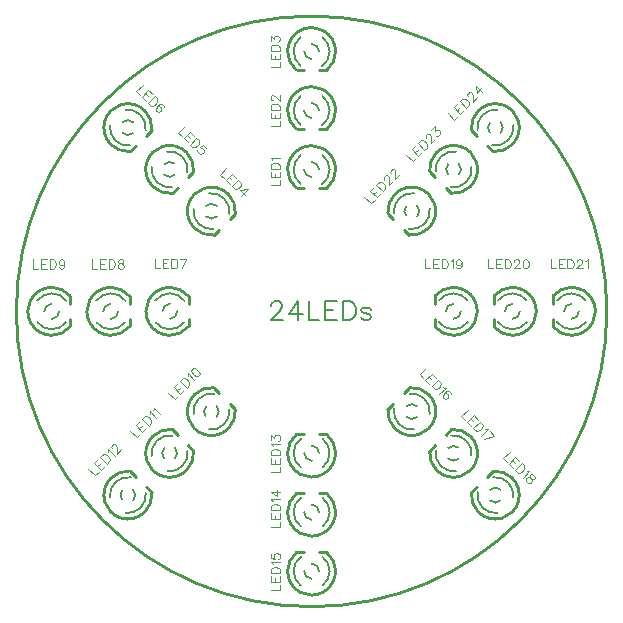
<source format=gto>
G04 Layer: TopSilkLayer*
G04 EasyEDA v6.2.46, 2019-12-20T15:47:03+02:00*
G04 e460ad1c73c14af8b4042999b0e6f5d6,e8986612fe13436f8f5b72e5f572de6a,00*
G04 Gerber Generator version 0.2*
G04 Scale: 100 percent, Rotated: No, Reflected: No *
G04 Dimensions in inches *
G04 leading zeros omitted , absolute positions ,2 integer and 4 decimal *
%FSLAX24Y24*%
%MOIN*%
G90*
G70D02*

%ADD10C,0.010000*%
%ADD16C,0.006000*%
%ADD17C,0.003200*%
%ADD18C,0.005280*%

%LPD*%
G54D10*
G01X10342Y13941D02*
G01X10092Y13941D01*
G01X9342Y13941D02*
G01X9592Y13941D01*
G01X10342Y15910D02*
G01X10092Y15910D01*
G01X9342Y15910D02*
G01X9592Y15910D01*
G01X10342Y17878D02*
G01X10092Y17878D01*
G01X9342Y17878D02*
G01X9592Y17878D01*
G01X7297Y13094D02*
G01X7120Y12918D01*
G01X6590Y12387D02*
G01X6767Y12564D01*
G01X5905Y14486D02*
G01X5728Y14309D01*
G01X5198Y13779D02*
G01X5375Y13956D01*
G01X4513Y15878D02*
G01X4336Y15701D01*
G01X3806Y15171D02*
G01X3983Y15348D01*
G01X5743Y10342D02*
G01X5743Y10092D01*
G01X5743Y9342D02*
G01X5743Y9592D01*
G01X3774Y10342D02*
G01X3774Y10092D01*
G01X3774Y9342D02*
G01X3774Y9592D01*
G01X1806Y10342D02*
G01X1806Y10092D01*
G01X1806Y9342D02*
G01X1806Y9592D01*
G01X6590Y7297D02*
G01X6767Y7120D01*
G01X7297Y6590D02*
G01X7120Y6767D01*
G01X5198Y5905D02*
G01X5375Y5728D01*
G01X5905Y5198D02*
G01X5728Y5375D01*
G01X3806Y4513D02*
G01X3983Y4336D01*
G01X4513Y3806D02*
G01X4336Y3983D01*
G01X9342Y5743D02*
G01X9592Y5743D01*
G01X10342Y5743D02*
G01X10092Y5743D01*
G01X9342Y3774D02*
G01X9592Y3774D01*
G01X10342Y3774D02*
G01X10092Y3774D01*
G01X9342Y1806D02*
G01X9592Y1806D01*
G01X10342Y1806D02*
G01X10092Y1806D01*
G01X12387Y6590D02*
G01X12564Y6767D01*
G01X13094Y7297D02*
G01X12918Y7120D01*
G01X13779Y5198D02*
G01X13956Y5375D01*
G01X14486Y5905D02*
G01X14309Y5728D01*
G01X15171Y3806D02*
G01X15348Y3983D01*
G01X15878Y4513D02*
G01X15701Y4336D01*
G01X13941Y9342D02*
G01X13941Y9592D01*
G01X13941Y10342D02*
G01X13941Y10092D01*
G01X15910Y9342D02*
G01X15910Y9592D01*
G01X15910Y10342D02*
G01X15910Y10092D01*
G01X17878Y9342D02*
G01X17878Y9592D01*
G01X17878Y10342D02*
G01X17878Y10092D01*
G01X13094Y12387D02*
G01X12918Y12564D01*
G01X12387Y13094D02*
G01X12564Y12918D01*
G01X14486Y13779D02*
G01X14309Y13956D01*
G01X13779Y14486D02*
G01X13956Y14309D01*
G01X15878Y15171D02*
G01X15701Y15348D01*
G01X15171Y15878D02*
G01X15348Y15701D01*
G54D17*
G01X8478Y14040D02*
G01X8783Y14040D01*
G01X8783Y14040D02*
G01X8783Y14214D01*
G01X8478Y14310D02*
G01X8783Y14310D01*
G01X8478Y14310D02*
G01X8478Y14499D01*
G01X8623Y14310D02*
G01X8623Y14426D01*
G01X8783Y14310D02*
G01X8783Y14499D01*
G01X8478Y14595D02*
G01X8783Y14595D01*
G01X8478Y14595D02*
G01X8478Y14697D01*
G01X8492Y14741D01*
G01X8521Y14770D01*
G01X8550Y14784D01*
G01X8594Y14799D01*
G01X8667Y14799D01*
G01X8710Y14784D01*
G01X8739Y14770D01*
G01X8768Y14741D01*
G01X8783Y14697D01*
G01X8783Y14595D01*
G01X8536Y14895D02*
G01X8521Y14924D01*
G01X8478Y14968D01*
G01X8783Y14968D01*
G01X8477Y16008D02*
G01X8783Y16008D01*
G01X8783Y16008D02*
G01X8783Y16182D01*
G01X8477Y16278D02*
G01X8783Y16278D01*
G01X8477Y16278D02*
G01X8477Y16467D01*
G01X8623Y16278D02*
G01X8623Y16394D01*
G01X8783Y16278D02*
G01X8783Y16467D01*
G01X8477Y16563D02*
G01X8783Y16563D01*
G01X8477Y16563D02*
G01X8477Y16665D01*
G01X8492Y16709D01*
G01X8521Y16738D01*
G01X8550Y16752D01*
G01X8593Y16767D01*
G01X8666Y16767D01*
G01X8710Y16752D01*
G01X8739Y16738D01*
G01X8768Y16709D01*
G01X8783Y16665D01*
G01X8783Y16563D01*
G01X8550Y16877D02*
G01X8535Y16877D01*
G01X8506Y16892D01*
G01X8492Y16906D01*
G01X8477Y16936D01*
G01X8477Y16994D01*
G01X8492Y17023D01*
G01X8506Y17037D01*
G01X8535Y17052D01*
G01X8564Y17052D01*
G01X8593Y17037D01*
G01X8637Y17008D01*
G01X8783Y16863D01*
G01X8783Y17066D01*
G01X8478Y17977D02*
G01X8783Y17977D01*
G01X8783Y17977D02*
G01X8783Y18151D01*
G01X8478Y18247D02*
G01X8783Y18247D01*
G01X8478Y18247D02*
G01X8478Y18436D01*
G01X8623Y18247D02*
G01X8623Y18363D01*
G01X8783Y18247D02*
G01X8783Y18436D01*
G01X8478Y18532D02*
G01X8783Y18532D01*
G01X8478Y18532D02*
G01X8478Y18634D01*
G01X8492Y18678D01*
G01X8521Y18707D01*
G01X8550Y18721D01*
G01X8594Y18736D01*
G01X8667Y18736D01*
G01X8710Y18721D01*
G01X8739Y18707D01*
G01X8768Y18678D01*
G01X8783Y18634D01*
G01X8783Y18532D01*
G01X8478Y18861D02*
G01X8478Y19021D01*
G01X8594Y18934D01*
G01X8594Y18977D01*
G01X8608Y19006D01*
G01X8623Y19021D01*
G01X8667Y19035D01*
G01X8696Y19035D01*
G01X8739Y19021D01*
G01X8768Y18992D01*
G01X8783Y18948D01*
G01X8783Y18905D01*
G01X8768Y18861D01*
G01X8754Y18846D01*
G01X8725Y18832D01*
G01X6999Y14621D02*
G01X6783Y14404D01*
G01X6783Y14404D02*
G01X6907Y14280D01*
G01X7191Y14429D02*
G01X6975Y14213D01*
G01X7191Y14429D02*
G01X7325Y14295D01*
G01X7088Y14326D02*
G01X7170Y14244D01*
G01X6975Y14213D02*
G01X7108Y14079D01*
G01X7393Y14227D02*
G01X7176Y14011D01*
G01X7393Y14227D02*
G01X7465Y14155D01*
G01X7484Y14114D01*
G01X7485Y14073D01*
G01X7475Y14042D01*
G01X7454Y14000D01*
G01X7402Y13949D01*
G01X7361Y13929D01*
G01X7331Y13918D01*
G01X7289Y13919D01*
G01X7248Y13939D01*
G01X7176Y14011D01*
G01X7707Y13913D02*
G01X7460Y13871D01*
G01X7615Y13717D01*
G01X7707Y13913D02*
G01X7491Y13696D01*
G01X5607Y16013D02*
G01X5391Y15796D01*
G01X5391Y15796D02*
G01X5515Y15672D01*
G01X5799Y15821D02*
G01X5583Y15605D01*
G01X5799Y15821D02*
G01X5933Y15687D01*
G01X5696Y15718D02*
G01X5778Y15636D01*
G01X5583Y15605D02*
G01X5716Y15471D01*
G01X6001Y15619D02*
G01X5784Y15403D01*
G01X6001Y15619D02*
G01X6073Y15547D01*
G01X6092Y15506D01*
G01X6093Y15465D01*
G01X6083Y15434D01*
G01X6062Y15392D01*
G01X6010Y15341D01*
G01X5969Y15321D01*
G01X5939Y15310D01*
G01X5897Y15311D01*
G01X5856Y15331D01*
G01X5784Y15403D01*
G01X6336Y15284D02*
G01X6233Y15387D01*
G01X6130Y15305D01*
G01X6150Y15304D01*
G01X6191Y15284D01*
G01X6223Y15253D01*
G01X6243Y15211D01*
G01X6243Y15170D01*
G01X6222Y15129D01*
G01X6201Y15109D01*
G01X6161Y15088D01*
G01X6120Y15088D01*
G01X6078Y15109D01*
G01X6047Y15140D01*
G01X6027Y15181D01*
G01X6027Y15201D01*
G01X6037Y15232D01*
G01X4215Y17403D02*
G01X4000Y17187D01*
G01X4000Y17187D02*
G01X4123Y17064D01*
G01X4406Y17212D02*
G01X4191Y16997D01*
G01X4406Y17212D02*
G01X4540Y17079D01*
G01X4304Y17110D02*
G01X4386Y17028D01*
G01X4191Y16997D02*
G01X4324Y16863D01*
G01X4608Y17011D02*
G01X4392Y16795D01*
G01X4608Y17011D02*
G01X4680Y16939D01*
G01X4701Y16898D01*
G01X4701Y16857D01*
G01X4691Y16826D01*
G01X4670Y16784D01*
G01X4619Y16733D01*
G01X4578Y16713D01*
G01X4547Y16702D01*
G01X4506Y16702D01*
G01X4464Y16723D01*
G01X4392Y16795D01*
G01X4913Y16645D02*
G01X4923Y16676D01*
G01X4902Y16717D01*
G01X4882Y16737D01*
G01X4841Y16758D01*
G01X4789Y16748D01*
G01X4728Y16707D01*
G01X4676Y16655D01*
G01X4645Y16604D01*
G01X4645Y16563D01*
G01X4666Y16521D01*
G01X4676Y16511D01*
G01X4718Y16491D01*
G01X4759Y16491D01*
G01X4800Y16511D01*
G01X4810Y16521D01*
G01X4830Y16562D01*
G01X4831Y16604D01*
G01X4810Y16644D01*
G01X4800Y16655D01*
G01X4759Y16676D01*
G01X4717Y16676D01*
G01X4676Y16655D01*
G01X4610Y11590D02*
G01X4610Y11284D01*
G01X4610Y11284D02*
G01X4784Y11284D01*
G01X4880Y11590D02*
G01X4880Y11284D01*
G01X4880Y11590D02*
G01X5070Y11590D01*
G01X4880Y11444D02*
G01X4997Y11444D01*
G01X4880Y11284D02*
G01X5070Y11284D01*
G01X5166Y11590D02*
G01X5166Y11284D01*
G01X5166Y11590D02*
G01X5267Y11590D01*
G01X5311Y11575D01*
G01X5340Y11546D01*
G01X5355Y11517D01*
G01X5369Y11473D01*
G01X5369Y11401D01*
G01X5355Y11357D01*
G01X5340Y11328D01*
G01X5311Y11299D01*
G01X5267Y11284D01*
G01X5166Y11284D01*
G01X5669Y11590D02*
G01X5523Y11284D01*
G01X5465Y11590D02*
G01X5669Y11590D01*
G01X2525Y11572D02*
G01X2525Y11267D01*
G01X2525Y11267D02*
G01X2699Y11267D01*
G01X2795Y11572D02*
G01X2795Y11267D01*
G01X2795Y11572D02*
G01X2984Y11572D01*
G01X2795Y11427D02*
G01X2912Y11427D01*
G01X2795Y11267D02*
G01X2984Y11267D01*
G01X3080Y11572D02*
G01X3080Y11267D01*
G01X3080Y11572D02*
G01X3182Y11572D01*
G01X3226Y11557D01*
G01X3254Y11528D01*
G01X3269Y11499D01*
G01X3284Y11456D01*
G01X3284Y11383D01*
G01X3269Y11339D01*
G01X3254Y11310D01*
G01X3226Y11281D01*
G01X3182Y11267D01*
G01X3080Y11267D01*
G01X3453Y11572D02*
G01X3409Y11557D01*
G01X3394Y11528D01*
G01X3394Y11499D01*
G01X3409Y11470D01*
G01X3438Y11456D01*
G01X3496Y11441D01*
G01X3540Y11427D01*
G01X3569Y11397D01*
G01X3584Y11368D01*
G01X3584Y11325D01*
G01X3569Y11296D01*
G01X3554Y11281D01*
G01X3511Y11267D01*
G01X3453Y11267D01*
G01X3409Y11281D01*
G01X3394Y11296D01*
G01X3379Y11325D01*
G01X3379Y11368D01*
G01X3394Y11397D01*
G01X3424Y11427D01*
G01X3467Y11441D01*
G01X3525Y11456D01*
G01X3554Y11470D01*
G01X3569Y11499D01*
G01X3569Y11528D01*
G01X3554Y11557D01*
G01X3511Y11572D01*
G01X3453Y11572D01*
G01X556Y11572D02*
G01X556Y11267D01*
G01X556Y11267D02*
G01X731Y11267D01*
G01X827Y11572D02*
G01X827Y11267D01*
G01X827Y11572D02*
G01X1016Y11572D01*
G01X827Y11427D02*
G01X943Y11427D01*
G01X827Y11267D02*
G01X1016Y11267D01*
G01X1112Y11572D02*
G01X1112Y11267D01*
G01X1112Y11572D02*
G01X1214Y11572D01*
G01X1257Y11557D01*
G01X1286Y11528D01*
G01X1301Y11499D01*
G01X1315Y11456D01*
G01X1315Y11383D01*
G01X1301Y11339D01*
G01X1286Y11310D01*
G01X1257Y11281D01*
G01X1214Y11267D01*
G01X1112Y11267D01*
G01X1600Y11470D02*
G01X1586Y11427D01*
G01X1557Y11397D01*
G01X1513Y11383D01*
G01X1499Y11383D01*
G01X1455Y11397D01*
G01X1426Y11427D01*
G01X1411Y11470D01*
G01X1411Y11485D01*
G01X1426Y11528D01*
G01X1455Y11557D01*
G01X1499Y11572D01*
G01X1513Y11572D01*
G01X1557Y11557D01*
G01X1586Y11528D01*
G01X1600Y11470D01*
G01X1600Y11397D01*
G01X1586Y11325D01*
G01X1557Y11281D01*
G01X1513Y11267D01*
G01X1484Y11267D01*
G01X1440Y11281D01*
G01X1426Y11310D01*
G01X5064Y7124D02*
G01X5280Y6908D01*
G01X5280Y6908D02*
G01X5404Y7032D01*
G01X5256Y7316D02*
G01X5472Y7100D01*
G01X5256Y7316D02*
G01X5389Y7450D01*
G01X5359Y7213D02*
G01X5441Y7295D01*
G01X5472Y7100D02*
G01X5606Y7233D01*
G01X5457Y7518D02*
G01X5674Y7301D01*
G01X5457Y7518D02*
G01X5529Y7589D01*
G01X5570Y7609D01*
G01X5611Y7609D01*
G01X5642Y7600D01*
G01X5683Y7579D01*
G01X5734Y7527D01*
G01X5756Y7486D01*
G01X5765Y7455D01*
G01X5765Y7414D01*
G01X5745Y7373D01*
G01X5674Y7301D01*
G01X5710Y7688D02*
G01X5720Y7718D01*
G01X5720Y7781D01*
G01X5937Y7564D01*
G01X5850Y7910D02*
G01X5830Y7869D01*
G01X5840Y7818D01*
G01X5881Y7756D01*
G01X5912Y7725D01*
G01X5973Y7684D01*
G01X6025Y7674D01*
G01X6066Y7694D01*
G01X6087Y7714D01*
G01X6107Y7756D01*
G01X6096Y7807D01*
G01X6056Y7869D01*
G01X6025Y7900D01*
G01X5963Y7941D01*
G01X5912Y7951D01*
G01X5870Y7930D01*
G01X5850Y7910D01*
G01X3797Y5857D02*
G01X4013Y5641D01*
G01X4013Y5641D02*
G01X4137Y5765D01*
G01X3989Y6049D02*
G01X4205Y5833D01*
G01X3989Y6049D02*
G01X4122Y6183D01*
G01X4092Y5946D02*
G01X4174Y6028D01*
G01X4205Y5833D02*
G01X4339Y5966D01*
G01X4190Y6251D02*
G01X4407Y6034D01*
G01X4190Y6251D02*
G01X4262Y6322D01*
G01X4303Y6342D01*
G01X4344Y6342D01*
G01X4375Y6333D01*
G01X4416Y6312D01*
G01X4467Y6260D01*
G01X4489Y6219D01*
G01X4498Y6188D01*
G01X4498Y6147D01*
G01X4478Y6106D01*
G01X4407Y6034D01*
G01X4443Y6421D02*
G01X4453Y6451D01*
G01X4453Y6514D01*
G01X4670Y6297D01*
G01X4562Y6540D02*
G01X4573Y6571D01*
G01X4573Y6633D01*
G01X4789Y6417D01*
G01X2405Y4590D02*
G01X2621Y4375D01*
G01X2621Y4375D02*
G01X2745Y4498D01*
G01X2597Y4782D02*
G01X2812Y4566D01*
G01X2597Y4782D02*
G01X2730Y4916D01*
G01X2699Y4679D02*
G01X2781Y4761D01*
G01X2812Y4566D02*
G01X2946Y4700D01*
G01X2798Y4983D02*
G01X3014Y4768D01*
G01X2798Y4983D02*
G01X2870Y5056D01*
G01X2911Y5075D01*
G01X2952Y5075D01*
G01X2984Y5066D01*
G01X3024Y5045D01*
G01X3075Y4993D01*
G01X3097Y4952D01*
G01X3107Y4921D01*
G01X3107Y4880D01*
G01X3086Y4840D01*
G01X3014Y4768D01*
G01X3051Y5154D02*
G01X3061Y5184D01*
G01X3061Y5247D01*
G01X3277Y5031D01*
G01X3191Y5273D02*
G01X3181Y5284D01*
G01X3170Y5314D01*
G01X3171Y5335D01*
G01X3181Y5366D01*
G01X3222Y5407D01*
G01X3253Y5417D01*
G01X3273Y5418D01*
G01X3304Y5407D01*
G01X3324Y5387D01*
G01X3335Y5356D01*
G01X3346Y5305D01*
G01X3345Y5099D01*
G01X3489Y5243D01*
G01X8482Y4493D02*
G01X8788Y4493D01*
G01X8788Y4493D02*
G01X8788Y4667D01*
G01X8482Y4763D02*
G01X8788Y4763D01*
G01X8482Y4763D02*
G01X8482Y4952D01*
G01X8628Y4763D02*
G01X8628Y4879D01*
G01X8788Y4763D02*
G01X8788Y4952D01*
G01X8482Y5048D02*
G01X8788Y5048D01*
G01X8482Y5048D02*
G01X8482Y5150D01*
G01X8497Y5194D01*
G01X8526Y5223D01*
G01X8555Y5237D01*
G01X8599Y5252D01*
G01X8671Y5252D01*
G01X8715Y5237D01*
G01X8744Y5223D01*
G01X8773Y5194D01*
G01X8788Y5150D01*
G01X8788Y5048D01*
G01X8541Y5348D02*
G01X8526Y5377D01*
G01X8482Y5421D01*
G01X8788Y5421D01*
G01X8482Y5546D02*
G01X8482Y5706D01*
G01X8599Y5618D01*
G01X8599Y5662D01*
G01X8613Y5691D01*
G01X8628Y5706D01*
G01X8671Y5720D01*
G01X8701Y5720D01*
G01X8744Y5706D01*
G01X8773Y5677D01*
G01X8788Y5633D01*
G01X8788Y5589D01*
G01X8773Y5546D01*
G01X8759Y5531D01*
G01X8730Y5517D01*
G01X8483Y2650D02*
G01X8788Y2650D01*
G01X8788Y2650D02*
G01X8788Y2824D01*
G01X8483Y2920D02*
G01X8788Y2920D01*
G01X8483Y2920D02*
G01X8483Y3109D01*
G01X8628Y2920D02*
G01X8628Y3036D01*
G01X8788Y2920D02*
G01X8788Y3109D01*
G01X8483Y3205D02*
G01X8788Y3205D01*
G01X8483Y3205D02*
G01X8483Y3307D01*
G01X8497Y3351D01*
G01X8526Y3380D01*
G01X8556Y3394D01*
G01X8599Y3409D01*
G01X8672Y3409D01*
G01X8716Y3394D01*
G01X8745Y3380D01*
G01X8774Y3351D01*
G01X8788Y3307D01*
G01X8788Y3205D01*
G01X8541Y3505D02*
G01X8526Y3534D01*
G01X8483Y3578D01*
G01X8788Y3578D01*
G01X8483Y3819D02*
G01X8686Y3674D01*
G01X8686Y3892D01*
G01X8483Y3819D02*
G01X8788Y3819D01*
G01X8482Y556D02*
G01X8788Y556D01*
G01X8788Y556D02*
G01X8788Y730D01*
G01X8482Y826D02*
G01X8788Y826D01*
G01X8482Y826D02*
G01X8482Y1015D01*
G01X8628Y826D02*
G01X8628Y942D01*
G01X8788Y826D02*
G01X8788Y1015D01*
G01X8482Y1111D02*
G01X8788Y1111D01*
G01X8482Y1111D02*
G01X8482Y1213D01*
G01X8497Y1257D01*
G01X8526Y1286D01*
G01X8555Y1300D01*
G01X8599Y1315D01*
G01X8671Y1315D01*
G01X8715Y1300D01*
G01X8744Y1286D01*
G01X8773Y1257D01*
G01X8788Y1213D01*
G01X8788Y1111D01*
G01X8541Y1411D02*
G01X8526Y1440D01*
G01X8482Y1484D01*
G01X8788Y1484D01*
G01X8482Y1754D02*
G01X8482Y1609D01*
G01X8613Y1594D01*
G01X8599Y1609D01*
G01X8584Y1652D01*
G01X8584Y1696D01*
G01X8599Y1740D01*
G01X8628Y1769D01*
G01X8671Y1783D01*
G01X8701Y1783D01*
G01X8744Y1769D01*
G01X8773Y1740D01*
G01X8788Y1696D01*
G01X8788Y1652D01*
G01X8773Y1609D01*
G01X8759Y1594D01*
G01X8730Y1580D01*
G01X13663Y7955D02*
G01X13447Y7738D01*
G01X13447Y7738D02*
G01X13571Y7614D01*
G01X13855Y7763D02*
G01X13638Y7547D01*
G01X13855Y7763D02*
G01X13988Y7629D01*
G01X13752Y7660D02*
G01X13834Y7578D01*
G01X13638Y7547D02*
G01X13772Y7413D01*
G01X14056Y7561D02*
G01X13840Y7345D01*
G01X14056Y7561D02*
G01X14129Y7489D01*
G01X14148Y7448D01*
G01X14149Y7407D01*
G01X14138Y7376D01*
G01X14118Y7334D01*
G01X14067Y7284D01*
G01X14025Y7263D01*
G01X13995Y7252D01*
G01X13953Y7253D01*
G01X13912Y7273D01*
G01X13840Y7345D01*
G01X14227Y7308D02*
G01X14258Y7298D01*
G01X14319Y7298D01*
G01X14103Y7082D01*
G01X14480Y7076D02*
G01X14490Y7107D01*
G01X14470Y7148D01*
G01X14450Y7168D01*
G01X14408Y7189D01*
G01X14357Y7179D01*
G01X14295Y7138D01*
G01X14243Y7086D01*
G01X14213Y7035D01*
G01X14213Y6994D01*
G01X14233Y6952D01*
G01X14243Y6942D01*
G01X14285Y6922D01*
G01X14326Y6922D01*
G01X14367Y6943D01*
G01X14377Y6953D01*
G01X14398Y6994D01*
G01X14398Y7035D01*
G01X14377Y7076D01*
G01X14367Y7086D01*
G01X14326Y7107D01*
G01X14285Y7107D01*
G01X14243Y7086D01*
G01X15055Y6563D02*
G01X14839Y6346D01*
G01X14839Y6346D02*
G01X14963Y6222D01*
G01X15247Y6371D02*
G01X15030Y6155D01*
G01X15247Y6371D02*
G01X15380Y6237D01*
G01X15144Y6268D02*
G01X15226Y6186D01*
G01X15030Y6155D02*
G01X15164Y6021D01*
G01X15448Y6169D02*
G01X15232Y5953D01*
G01X15448Y6169D02*
G01X15520Y6097D01*
G01X15540Y6056D01*
G01X15540Y6015D01*
G01X15530Y5984D01*
G01X15510Y5942D01*
G01X15459Y5891D01*
G01X15417Y5871D01*
G01X15386Y5861D01*
G01X15345Y5861D01*
G01X15304Y5881D01*
G01X15232Y5953D01*
G01X15619Y5916D02*
G01X15650Y5906D01*
G01X15711Y5906D01*
G01X15495Y5690D01*
G01X15924Y5694D02*
G01X15604Y5581D01*
G01X15779Y5838D02*
G01X15924Y5694D01*
G01X16447Y5170D02*
G01X16231Y4954D01*
G01X16231Y4954D02*
G01X16354Y4830D01*
G01X16639Y4979D02*
G01X16422Y4762D01*
G01X16639Y4979D02*
G01X16772Y4845D01*
G01X16535Y4876D02*
G01X16618Y4794D01*
G01X16422Y4762D02*
G01X16556Y4629D01*
G01X16840Y4777D02*
G01X16624Y4561D01*
G01X16840Y4777D02*
G01X16912Y4705D01*
G01X16932Y4664D01*
G01X16932Y4623D01*
G01X16922Y4592D01*
G01X16901Y4551D01*
G01X16850Y4500D01*
G01X16809Y4479D01*
G01X16778Y4469D01*
G01X16737Y4469D01*
G01X16696Y4489D01*
G01X16624Y4561D01*
G01X17011Y4525D02*
G01X17042Y4514D01*
G01X17103Y4514D01*
G01X16887Y4298D01*
G01X17223Y4395D02*
G01X17181Y4415D01*
G01X17151Y4405D01*
G01X17130Y4384D01*
G01X17120Y4354D01*
G01X17129Y4323D01*
G01X17161Y4271D01*
G01X17181Y4230D01*
G01X17181Y4189D01*
G01X17171Y4158D01*
G01X17141Y4127D01*
G01X17109Y4117D01*
G01X17089Y4117D01*
G01X17047Y4137D01*
G01X17006Y4178D01*
G01X16986Y4220D01*
G01X16986Y4240D01*
G01X16997Y4272D01*
G01X17027Y4302D01*
G01X17058Y4312D01*
G01X17099Y4312D01*
G01X17140Y4292D01*
G01X17192Y4260D01*
G01X17223Y4251D01*
G01X17253Y4261D01*
G01X17274Y4282D01*
G01X17284Y4312D01*
G01X17264Y4354D01*
G01X17223Y4395D01*
G01X13627Y11577D02*
G01X13627Y11272D01*
G01X13627Y11272D02*
G01X13801Y11272D01*
G01X13897Y11577D02*
G01X13897Y11272D01*
G01X13897Y11577D02*
G01X14087Y11577D01*
G01X13897Y11432D02*
G01X14013Y11432D01*
G01X13897Y11272D02*
G01X14087Y11272D01*
G01X14183Y11577D02*
G01X14183Y11272D01*
G01X14183Y11577D02*
G01X14284Y11577D01*
G01X14328Y11562D01*
G01X14357Y11533D01*
G01X14372Y11504D01*
G01X14386Y11461D01*
G01X14386Y11388D01*
G01X14372Y11344D01*
G01X14357Y11315D01*
G01X14328Y11286D01*
G01X14284Y11272D01*
G01X14183Y11272D01*
G01X14482Y11519D02*
G01X14511Y11533D01*
G01X14555Y11577D01*
G01X14555Y11272D01*
G01X14840Y11475D02*
G01X14825Y11432D01*
G01X14796Y11402D01*
G01X14753Y11388D01*
G01X14738Y11388D01*
G01X14694Y11402D01*
G01X14665Y11432D01*
G01X14651Y11475D01*
G01X14651Y11490D01*
G01X14665Y11533D01*
G01X14694Y11562D01*
G01X14738Y11577D01*
G01X14753Y11577D01*
G01X14796Y11562D01*
G01X14825Y11533D01*
G01X14840Y11475D01*
G01X14840Y11402D01*
G01X14825Y11330D01*
G01X14796Y11286D01*
G01X14753Y11272D01*
G01X14724Y11272D01*
G01X14680Y11286D01*
G01X14665Y11315D01*
G01X15719Y11577D02*
G01X15719Y11272D01*
G01X15719Y11272D02*
G01X15894Y11272D01*
G01X15991Y11577D02*
G01X15991Y11272D01*
G01X15991Y11577D02*
G01X16180Y11577D01*
G01X15991Y11432D02*
G01X16107Y11432D01*
G01X15991Y11272D02*
G01X16180Y11272D01*
G01X16276Y11577D02*
G01X16276Y11272D01*
G01X16276Y11577D02*
G01X16378Y11577D01*
G01X16421Y11562D01*
G01X16451Y11533D01*
G01X16465Y11504D01*
G01X16480Y11461D01*
G01X16480Y11388D01*
G01X16465Y11344D01*
G01X16451Y11315D01*
G01X16421Y11286D01*
G01X16378Y11272D01*
G01X16276Y11272D01*
G01X16590Y11504D02*
G01X16590Y11519D01*
G01X16605Y11548D01*
G01X16619Y11562D01*
G01X16648Y11577D01*
G01X16707Y11577D01*
G01X16736Y11562D01*
G01X16750Y11548D01*
G01X16765Y11519D01*
G01X16765Y11490D01*
G01X16750Y11461D01*
G01X16721Y11417D01*
G01X16576Y11272D01*
G01X16779Y11272D01*
G01X16963Y11577D02*
G01X16919Y11562D01*
G01X16890Y11519D01*
G01X16875Y11446D01*
G01X16875Y11402D01*
G01X16890Y11330D01*
G01X16919Y11286D01*
G01X16963Y11272D01*
G01X16992Y11272D01*
G01X17035Y11286D01*
G01X17064Y11330D01*
G01X17079Y11402D01*
G01X17079Y11446D01*
G01X17064Y11519D01*
G01X17035Y11562D01*
G01X16992Y11577D01*
G01X16963Y11577D01*
G01X17814Y11577D02*
G01X17814Y11272D01*
G01X17814Y11272D02*
G01X17988Y11272D01*
G01X18084Y11577D02*
G01X18084Y11272D01*
G01X18084Y11577D02*
G01X18274Y11577D01*
G01X18084Y11432D02*
G01X18201Y11432D01*
G01X18084Y11272D02*
G01X18274Y11272D01*
G01X18370Y11577D02*
G01X18370Y11272D01*
G01X18370Y11577D02*
G01X18471Y11577D01*
G01X18515Y11562D01*
G01X18544Y11533D01*
G01X18559Y11504D01*
G01X18573Y11461D01*
G01X18573Y11388D01*
G01X18559Y11344D01*
G01X18544Y11315D01*
G01X18515Y11286D01*
G01X18471Y11272D01*
G01X18370Y11272D01*
G01X18684Y11504D02*
G01X18684Y11519D01*
G01X18698Y11548D01*
G01X18713Y11562D01*
G01X18742Y11577D01*
G01X18800Y11577D01*
G01X18829Y11562D01*
G01X18844Y11548D01*
G01X18858Y11519D01*
G01X18858Y11490D01*
G01X18844Y11461D01*
G01X18815Y11417D01*
G01X18669Y11272D01*
G01X18873Y11272D01*
G01X18969Y11519D02*
G01X18998Y11533D01*
G01X19042Y11577D01*
G01X19042Y11272D01*
G01X11605Y13663D02*
G01X11821Y13447D01*
G01X11821Y13447D02*
G01X11944Y13570D01*
G01X11796Y13854D02*
G01X12012Y13638D01*
G01X11796Y13854D02*
G01X11930Y13988D01*
G01X11899Y13751D02*
G01X11982Y13834D01*
G01X12012Y13638D02*
G01X12146Y13772D01*
G01X11997Y14056D02*
G01X12214Y13840D01*
G01X11997Y14056D02*
G01X12070Y14128D01*
G01X12111Y14149D01*
G01X12152Y14149D01*
G01X12183Y14139D01*
G01X12224Y14118D01*
G01X12275Y14067D01*
G01X12297Y14026D01*
G01X12306Y13994D01*
G01X12306Y13953D01*
G01X12286Y13912D01*
G01X12214Y13840D01*
G01X12272Y14227D02*
G01X12261Y14238D01*
G01X12251Y14268D01*
G01X12251Y14289D01*
G01X12261Y14320D01*
G01X12302Y14361D01*
G01X12333Y14371D01*
G01X12354Y14371D01*
G01X12384Y14361D01*
G01X12405Y14340D01*
G01X12415Y14310D01*
G01X12426Y14258D01*
G01X12426Y14052D01*
G01X12570Y14196D01*
G01X12483Y14438D02*
G01X12473Y14449D01*
G01X12463Y14480D01*
G01X12463Y14500D01*
G01X12473Y14531D01*
G01X12514Y14573D01*
G01X12545Y14583D01*
G01X12565Y14583D01*
G01X12596Y14573D01*
G01X12617Y14552D01*
G01X12627Y14521D01*
G01X12637Y14470D01*
G01X12638Y14264D01*
G01X12782Y14407D01*
G01X12997Y15056D02*
G01X13213Y14839D01*
G01X13213Y14839D02*
G01X13336Y14962D01*
G01X13188Y15246D02*
G01X13404Y15030D01*
G01X13188Y15246D02*
G01X13321Y15380D01*
G01X13291Y15143D02*
G01X13374Y15226D01*
G01X13404Y15030D02*
G01X13538Y15164D01*
G01X13389Y15448D02*
G01X13606Y15232D01*
G01X13389Y15448D02*
G01X13461Y15520D01*
G01X13503Y15541D01*
G01X13544Y15541D01*
G01X13575Y15530D01*
G01X13616Y15510D01*
G01X13667Y15459D01*
G01X13688Y15417D01*
G01X13698Y15386D01*
G01X13698Y15345D01*
G01X13678Y15304D01*
G01X13606Y15232D01*
G01X13664Y15619D02*
G01X13653Y15630D01*
G01X13642Y15660D01*
G01X13643Y15681D01*
G01X13653Y15712D01*
G01X13694Y15753D01*
G01X13725Y15763D01*
G01X13746Y15763D01*
G01X13776Y15753D01*
G01X13797Y15732D01*
G01X13808Y15701D01*
G01X13817Y15650D01*
G01X13818Y15444D01*
G01X13962Y15588D01*
G01X13834Y15893D02*
G01X13947Y16006D01*
G01X13968Y15861D01*
G01X13999Y15892D01*
G01X14029Y15903D01*
G01X14050Y15903D01*
G01X14091Y15882D01*
G01X14111Y15862D01*
G01X14132Y15821D01*
G01X14132Y15780D01*
G01X14112Y15738D01*
G01X14081Y15707D01*
G01X14040Y15687D01*
G01X14019Y15686D01*
G01X13988Y15698D01*
G01X14389Y16448D02*
G01X14605Y16231D01*
G01X14605Y16231D02*
G01X14728Y16354D01*
G01X14580Y16638D02*
G01X14796Y16422D01*
G01X14580Y16638D02*
G01X14713Y16772D01*
G01X14683Y16535D02*
G01X14766Y16618D01*
G01X14796Y16422D02*
G01X14930Y16556D01*
G01X14781Y16840D02*
G01X14998Y16624D01*
G01X14781Y16840D02*
G01X14853Y16912D01*
G01X14895Y16933D01*
G01X14936Y16933D01*
G01X14967Y16922D01*
G01X15008Y16901D01*
G01X15059Y16851D01*
G01X15080Y16809D01*
G01X15090Y16778D01*
G01X15090Y16737D01*
G01X15070Y16696D01*
G01X14998Y16624D01*
G01X15056Y17011D02*
G01X15045Y17022D01*
G01X15034Y17052D01*
G01X15035Y17073D01*
G01X15045Y17104D01*
G01X15086Y17145D01*
G01X15117Y17155D01*
G01X15138Y17155D01*
G01X15168Y17145D01*
G01X15189Y17124D01*
G01X15200Y17093D01*
G01X15209Y17041D01*
G01X15210Y16836D01*
G01X15354Y16980D01*
G01X15308Y17367D02*
G01X15350Y17120D01*
G01X15504Y17274D01*
G01X15308Y17367D02*
G01X15524Y17150D01*
G54D18*
G01X8506Y10029D02*
G01X8506Y10059D01*
G01X8536Y10119D01*
G01X8566Y10149D01*
G01X8626Y10179D01*
G01X8746Y10179D01*
G01X8806Y10149D01*
G01X8836Y10119D01*
G01X8866Y10059D01*
G01X8866Y9999D01*
G01X8836Y9939D01*
G01X8776Y9849D01*
G01X8476Y9549D01*
G01X8896Y9549D01*
G01X9394Y10179D02*
G01X9094Y9759D01*
G01X9544Y9759D01*
G01X9394Y10179D02*
G01X9394Y9549D01*
G01X9742Y10179D02*
G01X9742Y9549D01*
G01X9742Y9549D02*
G01X10102Y9549D01*
G01X10300Y10179D02*
G01X10300Y9549D01*
G01X10300Y10179D02*
G01X10690Y10179D01*
G01X10300Y9879D02*
G01X10540Y9879D01*
G01X10300Y9549D02*
G01X10690Y9549D01*
G01X10888Y10179D02*
G01X10888Y9549D01*
G01X10888Y10179D02*
G01X11098Y10179D01*
G01X11188Y10149D01*
G01X11248Y10089D01*
G01X11278Y10029D01*
G01X11308Y9939D01*
G01X11308Y9789D01*
G01X11278Y9699D01*
G01X11248Y9639D01*
G01X11188Y9579D01*
G01X11098Y9549D01*
G01X10888Y9549D01*
G01X11836Y9879D02*
G01X11806Y9939D01*
G01X11716Y9969D01*
G01X11626Y9969D01*
G01X11536Y9939D01*
G01X11506Y9879D01*
G01X11536Y9819D01*
G01X11596Y9789D01*
G01X11746Y9759D01*
G01X11806Y9729D01*
G01X11836Y9669D01*
G01X11836Y9639D01*
G01X11806Y9579D01*
G01X11716Y9549D01*
G01X11626Y9549D01*
G01X11536Y9579D01*
G01X11506Y9639D01*
G54D16*
G75*
G01X10443Y14567D02*
G02X10191Y14079I-600J0D01*
G01*
G75*
G01X10203Y15047D02*
G02X10443Y14567I-361J-480D01*
G01*
G75*
G01X9243Y14567D02*
G03X9474Y14093I599J0D01*
G01*
G75*
G01X9474Y15041D02*
G03X9243Y14567I368J-474D01*
G01*
G75*
G01X9843Y14817D02*
G02X10093Y14567I0J-250D01*
G01*
G75*
G01X9593Y14567D02*
G03X9843Y14317I250J0D01*
G01*
G54D10*
G75*
G01X10643Y14567D02*
G02X10355Y13952I-800J0D01*
G01*
G75*
G01X10219Y15273D02*
G02X10643Y14567I-376J-706D01*
G01*
G75*
G01X9043Y14567D02*
G03X9326Y13956I799J0D01*
G01*
G75*
G01X9446Y15262D02*
G03X9043Y14567I396J-695D01*
G01*
G75*
G01X9843Y15367D02*
G02X10222Y15271I0J-800D01*
G01*
G75*
G01X9843Y15367D02*
G03X9423Y15248I0J-800D01*
G01*
G54D16*
G75*
G01X10443Y16535D02*
G02X10191Y16047I-600J0D01*
G01*
G75*
G01X10203Y17015D02*
G02X10443Y16535I-361J-480D01*
G01*
G75*
G01X9243Y16535D02*
G03X9474Y16062I599J0D01*
G01*
G75*
G01X9474Y17009D02*
G03X9243Y16535I368J-474D01*
G01*
G75*
G01X9843Y16785D02*
G02X10093Y16535I0J-250D01*
G01*
G75*
G01X9593Y16535D02*
G03X9843Y16285I250J0D01*
G01*
G54D10*
G75*
G01X10643Y16535D02*
G02X10355Y15921I-800J0D01*
G01*
G75*
G01X10219Y17241D02*
G02X10643Y16535I-376J-706D01*
G01*
G75*
G01X9043Y16535D02*
G03X9326Y15925I799J0D01*
G01*
G75*
G01X9446Y17230D02*
G03X9043Y16535I396J-695D01*
G01*
G75*
G01X9843Y17335D02*
G02X10222Y17240I0J-800D01*
G01*
G75*
G01X9843Y17335D02*
G03X9423Y17217I0J-800D01*
G01*
G54D16*
G75*
G01X10443Y18504D02*
G02X10191Y18016I-600J0D01*
G01*
G75*
G01X10203Y18984D02*
G02X10443Y18504I-361J-480D01*
G01*
G75*
G01X9243Y18504D02*
G03X9474Y18030I599J0D01*
G01*
G75*
G01X9474Y18978D02*
G03X9243Y18504I368J-474D01*
G01*
G75*
G01X9843Y18754D02*
G02X10093Y18504I0J-250D01*
G01*
G75*
G01X9593Y18504D02*
G03X9843Y18254I250J0D01*
G01*
G54D10*
G75*
G01X10643Y18504D02*
G02X10355Y17889I-800J0D01*
G01*
G75*
G01X10219Y19210D02*
G02X10643Y18504I-376J-706D01*
G01*
G75*
G01X9043Y18504D02*
G03X9326Y17893I799J0D01*
G01*
G75*
G01X9446Y19199D02*
G03X9043Y18504I396J-695D01*
G01*
G75*
G01X9843Y19304D02*
G02X10222Y19208I0J-800D01*
G01*
G75*
G01X9843Y19304D02*
G03X9423Y19185I0J-800D01*
G01*
G54D16*
G75*
G01X6926Y13607D02*
G02X7094Y13085I-424J-424D01*
G01*
G75*
G01X6417Y13777D02*
G02X6926Y13607I85J-594D01*
G01*
G75*
G01X6078Y12759D02*
G03X6576Y12588I424J424D01*
G01*
G75*
G01X5907Y13258D02*
G03X6078Y12759I595J-75D01*
G01*
G75*
G01X6325Y13360D02*
G02X6679Y13360I177J-177D01*
G01*
G75*
G01X6325Y13006D02*
G03X6679Y13006I177J177D01*
G01*
G54D10*
G75*
G01X7068Y13749D02*
G02X7299Y13111I-566J-566D01*
G01*
G75*
G01X6269Y13948D02*
G02X7068Y13749I233J-765D01*
G01*
G75*
G01X5936Y12617D02*
G03X6568Y12386I566J566D01*
G01*
G75*
G01X5730Y13394D02*
G03X5936Y12617I772J-211D01*
G01*
G75*
G01X5936Y13749D02*
G02X6272Y13949I566J-566D01*
G01*
G75*
G01X5936Y13749D02*
G03X5724Y13368I566J-566D01*
G01*
G54D16*
G75*
G01X5534Y14999D02*
G02X5702Y14476I-424J-424D01*
G01*
G75*
G01X5025Y15169D02*
G02X5534Y14999I85J-594D01*
G01*
G75*
G01X4686Y14151D02*
G03X5184Y13980I424J424D01*
G01*
G75*
G01X4515Y14650D02*
G03X4686Y14151I595J-75D01*
G01*
G75*
G01X4933Y14752D02*
G02X5287Y14752I177J-177D01*
G01*
G75*
G01X4933Y14398D02*
G03X5287Y14398I177J177D01*
G01*
G54D10*
G75*
G01X5676Y15141D02*
G02X5907Y14503I-566J-566D01*
G01*
G75*
G01X4877Y15340D02*
G02X5676Y15141I233J-765D01*
G01*
G75*
G01X4544Y14009D02*
G03X5176Y13778I566J566D01*
G01*
G75*
G01X4338Y14786D02*
G03X4544Y14009I772J-211D01*
G01*
G75*
G01X4544Y15141D02*
G02X4880Y15341I566J-566D01*
G01*
G75*
G01X4544Y15141D02*
G03X4332Y14760I566J-566D01*
G01*
G54D16*
G75*
G01X4142Y16391D02*
G02X4310Y15868I-424J-424D01*
G01*
G75*
G01X3633Y16561D02*
G02X4142Y16391I85J-594D01*
G01*
G75*
G01X3294Y15543D02*
G03X3792Y15372I424J424D01*
G01*
G75*
G01X3123Y16042D02*
G03X3294Y15543I595J-75D01*
G01*
G75*
G01X3541Y16144D02*
G02X3895Y16144I177J-177D01*
G01*
G75*
G01X3541Y15790D02*
G03X3895Y15790I177J177D01*
G01*
G54D10*
G75*
G01X4284Y16533D02*
G02X4515Y15895I-566J-566D01*
G01*
G75*
G01X3485Y16732D02*
G02X4284Y16533I233J-765D01*
G01*
G75*
G01X3152Y15401D02*
G03X3784Y15170I566J566D01*
G01*
G75*
G01X2946Y16178D02*
G03X3152Y15401I772J-211D01*
G01*
G75*
G01X3152Y16533D02*
G02X3488Y16733I566J-566D01*
G01*
G75*
G01X3152Y16533D02*
G03X2940Y16152I566J-566D01*
G01*
G54D16*
G75*
G01X5118Y10443D02*
G02X5606Y10191I0J-600D01*
G01*
G75*
G01X4638Y10203D02*
G02X5118Y10443I480J-361D01*
G01*
G75*
G01X5118Y9243D02*
G03X5592Y9474I0J599D01*
G01*
G75*
G01X4645Y9474D02*
G03X5118Y9243I473J368D01*
G01*
G75*
G01X4868Y9843D02*
G02X5118Y10093I250J0D01*
G01*
G75*
G01X5118Y9593D02*
G03X5368Y9843I0J250D01*
G01*
G54D10*
G75*
G01X5118Y10643D02*
G02X5733Y10355I0J-800D01*
G01*
G75*
G01X4412Y10219D02*
G02X5118Y10643I706J-376D01*
G01*
G75*
G01X5118Y9043D02*
G03X5729Y9326I0J799D01*
G01*
G75*
G01X4424Y9446D02*
G03X5118Y9043I694J396D01*
G01*
G75*
G01X4318Y9843D02*
G02X4414Y10222I800J0D01*
G01*
G75*
G01X4318Y9843D02*
G03X4437Y9423I800J0D01*
G01*
G54D16*
G75*
G01X3150Y10443D02*
G02X3638Y10191I0J-600D01*
G01*
G75*
G01X2670Y10203D02*
G02X3150Y10443I480J-361D01*
G01*
G75*
G01X3150Y9243D02*
G03X3623Y9474I0J599D01*
G01*
G75*
G01X2676Y9474D02*
G03X3150Y9243I474J368D01*
G01*
G75*
G01X2900Y9843D02*
G02X3150Y10093I250J0D01*
G01*
G75*
G01X3150Y9593D02*
G03X3400Y9843I0J250D01*
G01*
G54D10*
G75*
G01X3150Y10643D02*
G02X3764Y10355I0J-800D01*
G01*
G75*
G01X2444Y10219D02*
G02X3150Y10643I706J-376D01*
G01*
G75*
G01X3150Y9043D02*
G03X3760Y9326I0J799D01*
G01*
G75*
G01X2455Y9446D02*
G03X3150Y9043I695J396D01*
G01*
G75*
G01X2350Y9843D02*
G02X2445Y10222I800J0D01*
G01*
G75*
G01X2350Y9843D02*
G03X2468Y9423I800J0D01*
G01*
G54D16*
G75*
G01X1181Y10443D02*
G02X1669Y10191I0J-600D01*
G01*
G75*
G01X701Y10203D02*
G02X1181Y10443I480J-361D01*
G01*
G75*
G01X1181Y9243D02*
G03X1655Y9474I0J599D01*
G01*
G75*
G01X708Y9474D02*
G03X1181Y9243I473J368D01*
G01*
G75*
G01X931Y9843D02*
G02X1181Y10093I250J0D01*
G01*
G75*
G01X1181Y9593D02*
G03X1431Y9843I0J250D01*
G01*
G54D10*
G75*
G01X1181Y10643D02*
G02X1796Y10355I0J-800D01*
G01*
G75*
G01X475Y10219D02*
G02X1181Y10643I706J-376D01*
G01*
G75*
G01X1181Y9043D02*
G03X1792Y9326I0J799D01*
G01*
G75*
G01X487Y9446D02*
G03X1181Y9043I694J396D01*
G01*
G75*
G01X381Y9843D02*
G02X477Y10222I800J0D01*
G01*
G75*
G01X381Y9843D02*
G03X500Y9423I800J0D01*
G01*
G54D16*
G75*
G01X6078Y6926D02*
G02X6601Y7094I424J-424D01*
G01*
G75*
G01X5908Y6417D02*
G02X6078Y6926I594J85D01*
G01*
G75*
G01X6926Y6078D02*
G03X7097Y6576I-424J424D01*
G01*
G75*
G01X6427Y5907D02*
G03X6926Y6078I75J595D01*
G01*
G75*
G01X6325Y6325D02*
G02X6325Y6679I177J177D01*
G01*
G75*
G01X6679Y6325D02*
G03X6679Y6679I-177J177D01*
G01*
G54D10*
G75*
G01X5936Y7068D02*
G02X6574Y7299I566J-566D01*
G01*
G75*
G01X5737Y6269D02*
G02X5936Y7068I765J233D01*
G01*
G75*
G01X7068Y5936D02*
G03X7299Y6568I-566J566D01*
G01*
G75*
G01X6291Y5730D02*
G03X7068Y5936I211J772D01*
G01*
G75*
G01X5936Y5936D02*
G02X5736Y6272I566J566D01*
G01*
G75*
G01X5936Y5936D02*
G03X6317Y5724I566J566D01*
G01*
G54D16*
G75*
G01X4686Y5534D02*
G02X5209Y5702I424J-424D01*
G01*
G75*
G01X4516Y5025D02*
G02X4686Y5534I594J85D01*
G01*
G75*
G01X5534Y4686D02*
G03X5705Y5184I-424J424D01*
G01*
G75*
G01X5035Y4515D02*
G03X5534Y4686I75J595D01*
G01*
G75*
G01X4933Y4933D02*
G02X4933Y5287I177J177D01*
G01*
G75*
G01X5287Y4933D02*
G03X5287Y5287I-177J177D01*
G01*
G54D10*
G75*
G01X4544Y5676D02*
G02X5182Y5907I566J-566D01*
G01*
G75*
G01X4345Y4877D02*
G02X4544Y5676I765J233D01*
G01*
G75*
G01X5676Y4544D02*
G03X5907Y5176I-566J566D01*
G01*
G75*
G01X4899Y4338D02*
G03X5676Y4544I211J772D01*
G01*
G75*
G01X4544Y4544D02*
G02X4344Y4880I566J566D01*
G01*
G75*
G01X4544Y4544D02*
G03X4925Y4332I566J566D01*
G01*
G54D16*
G75*
G01X3294Y4142D02*
G02X3817Y4310I424J-424D01*
G01*
G75*
G01X3124Y3633D02*
G02X3294Y4142I594J85D01*
G01*
G75*
G01X4142Y3294D02*
G03X4313Y3792I-424J424D01*
G01*
G75*
G01X3644Y3123D02*
G03X4142Y3294I74J595D01*
G01*
G75*
G01X3541Y3541D02*
G02X3541Y3895I177J177D01*
G01*
G75*
G01X3895Y3541D02*
G03X3895Y3895I-177J177D01*
G01*
G54D10*
G75*
G01X3152Y4284D02*
G02X3790Y4515I566J-566D01*
G01*
G75*
G01X2953Y3485D02*
G02X3152Y4284I765J233D01*
G01*
G75*
G01X4284Y3152D02*
G03X4515Y3784I-566J566D01*
G01*
G75*
G01X3508Y2946D02*
G03X4284Y3152I210J772D01*
G01*
G75*
G01X3152Y3152D02*
G02X2952Y3488I566J566D01*
G01*
G75*
G01X3152Y3152D02*
G03X3533Y2940I566J566D01*
G01*
G54D16*
G75*
G01X9243Y5118D02*
G02X9494Y5606I599J0D01*
G01*
G75*
G01X9483Y4638D02*
G02X9243Y5118I360J480D01*
G01*
G75*
G01X10443Y5118D02*
G03X10211Y5592I-600J0D01*
G01*
G75*
G01X10211Y4645D02*
G03X10443Y5118I-368J473D01*
G01*
G75*
G01X9843Y4868D02*
G02X9593Y5118I0J250D01*
G01*
G75*
G01X10093Y5118D02*
G03X9843Y5368I-250J0D01*
G01*
G54D10*
G75*
G01X9043Y5118D02*
G02X9330Y5733I799J0D01*
G01*
G75*
G01X9466Y4412D02*
G02X9043Y5118I376J706D01*
G01*
G75*
G01X10643Y5118D02*
G03X10359Y5729I-800J0D01*
G01*
G75*
G01X10239Y4424D02*
G03X10643Y5118I-396J694D01*
G01*
G75*
G01X9843Y4318D02*
G02X9463Y4414I-1J800D01*
G01*
G75*
G01X9843Y4318D02*
G03X10262Y4437I-1J800D01*
G01*
G54D16*
G75*
G01X9243Y3150D02*
G02X9494Y3638I599J0D01*
G01*
G75*
G01X9483Y2670D02*
G02X9243Y3150I360J480D01*
G01*
G75*
G01X10443Y3150D02*
G03X10211Y3623I-600J0D01*
G01*
G75*
G01X10211Y2676D02*
G03X10443Y3150I-368J474D01*
G01*
G75*
G01X9843Y2900D02*
G02X9593Y3150I0J250D01*
G01*
G75*
G01X10093Y3150D02*
G03X9843Y3400I-250J0D01*
G01*
G54D10*
G75*
G01X9043Y3150D02*
G02X9330Y3764I799J0D01*
G01*
G75*
G01X9466Y2444D02*
G02X9043Y3150I376J706D01*
G01*
G75*
G01X10643Y3150D02*
G03X10359Y3760I-800J0D01*
G01*
G75*
G01X10239Y2455D02*
G03X10643Y3150I-396J695D01*
G01*
G75*
G01X9843Y2350D02*
G02X9463Y2445I-1J800D01*
G01*
G75*
G01X9843Y2350D02*
G03X10262Y2468I-1J800D01*
G01*
G54D16*
G75*
G01X9243Y1181D02*
G02X9494Y1669I599J0D01*
G01*
G75*
G01X9483Y701D02*
G02X9243Y1181I360J480D01*
G01*
G75*
G01X10443Y1181D02*
G03X10211Y1655I-600J0D01*
G01*
G75*
G01X10211Y708D02*
G03X10443Y1181I-368J473D01*
G01*
G75*
G01X9843Y931D02*
G02X9593Y1181I0J250D01*
G01*
G75*
G01X10093Y1181D02*
G03X9843Y1431I-250J0D01*
G01*
G54D10*
G75*
G01X9043Y1181D02*
G02X9330Y1796I799J0D01*
G01*
G75*
G01X9466Y475D02*
G02X9043Y1181I376J706D01*
G01*
G75*
G01X10643Y1181D02*
G03X10359Y1792I-800J0D01*
G01*
G75*
G01X10239Y487D02*
G03X10643Y1181I-396J694D01*
G01*
G75*
G01X9843Y381D02*
G02X9463Y477I-1J800D01*
G01*
G75*
G01X9843Y381D02*
G03X10262Y500I-1J800D01*
G01*
G54D16*
G75*
G01X12759Y6078D02*
G02X12591Y6601I424J424D01*
G01*
G75*
G01X13268Y5908D02*
G02X12759Y6078I-85J594D01*
G01*
G75*
G01X13607Y6926D02*
G03X13109Y7097I-424J-424D01*
G01*
G75*
G01X13779Y6427D02*
G03X13607Y6926I-596J75D01*
G01*
G75*
G01X13360Y6325D02*
G02X13006Y6325I-177J177D01*
G01*
G75*
G01X13360Y6679D02*
G03X13006Y6679I-177J-177D01*
G01*
G54D10*
G75*
G01X12617Y5936D02*
G02X12386Y6574I566J566D01*
G01*
G75*
G01X13416Y5737D02*
G02X12617Y5936I-233J765D01*
G01*
G75*
G01X13749Y7068D02*
G03X13117Y7299I-566J-566D01*
G01*
G75*
G01X13955Y6291D02*
G03X13749Y7068I-772J211D01*
G01*
G75*
G01X13749Y5936D02*
G02X13413Y5736I-566J566D01*
G01*
G75*
G01X13749Y5936D02*
G03X13961Y6317I-566J566D01*
G01*
G54D16*
G75*
G01X14151Y4686D02*
G02X13983Y5209I424J424D01*
G01*
G75*
G01X14660Y4516D02*
G02X14151Y4686I-85J594D01*
G01*
G75*
G01X14999Y5534D02*
G03X14501Y5705I-424J-424D01*
G01*
G75*
G01X15170Y5035D02*
G03X14999Y5534I-595J75D01*
G01*
G75*
G01X14752Y4933D02*
G02X14398Y4933I-177J177D01*
G01*
G75*
G01X14752Y5287D02*
G03X14398Y5287I-177J-177D01*
G01*
G54D10*
G75*
G01X14009Y4544D02*
G02X13778Y5182I566J566D01*
G01*
G75*
G01X14808Y4345D02*
G02X14009Y4544I-233J765D01*
G01*
G75*
G01X15141Y5676D02*
G03X14509Y5907I-566J-566D01*
G01*
G75*
G01X15347Y4899D02*
G03X15141Y5676I-772J211D01*
G01*
G75*
G01X15141Y4544D02*
G02X14805Y4344I-566J566D01*
G01*
G75*
G01X15141Y4544D02*
G03X15353Y4925I-566J566D01*
G01*
G54D16*
G75*
G01X15543Y3294D02*
G02X15375Y3817I424J424D01*
G01*
G75*
G01X16052Y3124D02*
G02X15543Y3294I-85J594D01*
G01*
G75*
G01X16391Y4142D02*
G03X15893Y4313I-424J-424D01*
G01*
G75*
G01X16562Y3644D02*
G03X16391Y4142I-595J74D01*
G01*
G75*
G01X16144Y3541D02*
G02X15790Y3541I-177J177D01*
G01*
G75*
G01X16144Y3895D02*
G03X15790Y3895I-177J-177D01*
G01*
G54D10*
G75*
G01X15401Y3152D02*
G02X15170Y3790I566J566D01*
G01*
G75*
G01X16200Y2953D02*
G02X15401Y3152I-233J765D01*
G01*
G75*
G01X16533Y4284D02*
G03X15901Y4515I-566J-566D01*
G01*
G75*
G01X16739Y3508D02*
G03X16533Y4284I-772J210D01*
G01*
G75*
G01X16533Y3152D02*
G02X16197Y2952I-566J566D01*
G01*
G75*
G01X16533Y3152D02*
G03X16745Y3533I-566J566D01*
G01*
G54D16*
G75*
G01X14567Y9243D02*
G02X14079Y9494I0J599D01*
G01*
G75*
G01X15047Y9483D02*
G02X14567Y9243I-480J360D01*
G01*
G75*
G01X14567Y10443D02*
G03X14093Y10211I0J-600D01*
G01*
G75*
G01X15041Y10211D02*
G03X14567Y10443I-474J-368D01*
G01*
G75*
G01X14817Y9843D02*
G02X14567Y9593I-250J0D01*
G01*
G75*
G01X14567Y10093D02*
G03X14317Y9843I0J-250D01*
G01*
G54D10*
G75*
G01X14567Y9043D02*
G02X13952Y9330I0J799D01*
G01*
G75*
G01X15273Y9466D02*
G02X14567Y9043I-706J376D01*
G01*
G75*
G01X14567Y10643D02*
G03X13956Y10359I0J-800D01*
G01*
G75*
G01X15262Y10239D02*
G03X14567Y10643I-695J-396D01*
G01*
G75*
G01X15367Y9843D02*
G02X15271Y9463I-800J-1D01*
G01*
G75*
G01X15367Y9843D02*
G03X15248Y10262I-800J-1D01*
G01*
G54D16*
G75*
G01X16535Y9243D02*
G02X16047Y9494I0J599D01*
G01*
G75*
G01X17015Y9483D02*
G02X16535Y9243I-480J360D01*
G01*
G75*
G01X16535Y10443D02*
G03X16062Y10211I0J-600D01*
G01*
G75*
G01X17009Y10211D02*
G03X16535Y10443I-474J-368D01*
G01*
G75*
G01X16785Y9843D02*
G02X16535Y9593I-250J0D01*
G01*
G75*
G01X16535Y10093D02*
G03X16285Y9843I0J-250D01*
G01*
G54D10*
G75*
G01X16535Y9043D02*
G02X15921Y9330I0J799D01*
G01*
G75*
G01X17241Y9466D02*
G02X16535Y9043I-706J376D01*
G01*
G75*
G01X16535Y10643D02*
G03X15925Y10359I0J-800D01*
G01*
G75*
G01X17230Y10239D02*
G03X16535Y10643I-695J-396D01*
G01*
G75*
G01X17335Y9843D02*
G02X17240Y9463I-800J-1D01*
G01*
G75*
G01X17335Y9843D02*
G03X17217Y10262I-800J-1D01*
G01*
G54D16*
G75*
G01X18504Y9243D02*
G02X18016Y9494I0J599D01*
G01*
G75*
G01X18984Y9483D02*
G02X18504Y9243I-480J360D01*
G01*
G75*
G01X18504Y10443D02*
G03X18030Y10211I0J-600D01*
G01*
G75*
G01X18978Y10211D02*
G03X18504Y10443I-474J-368D01*
G01*
G75*
G01X18754Y9843D02*
G02X18504Y9593I-250J0D01*
G01*
G75*
G01X18504Y10093D02*
G03X18254Y9843I0J-250D01*
G01*
G54D10*
G75*
G01X18504Y9043D02*
G02X17889Y9330I0J799D01*
G01*
G75*
G01X19210Y9466D02*
G02X18504Y9043I-706J376D01*
G01*
G75*
G01X18504Y10643D02*
G03X17893Y10359I0J-800D01*
G01*
G75*
G01X19199Y10239D02*
G03X18504Y10643I-695J-396D01*
G01*
G75*
G01X19304Y9843D02*
G02X19208Y9463I-800J-1D01*
G01*
G75*
G01X19304Y9843D02*
G03X19185Y10262I-800J-1D01*
G01*
G54D16*
G75*
G01X13607Y12759D02*
G02X13085Y12591I-424J424D01*
G01*
G75*
G01X13777Y13268D02*
G02X13607Y12759I-594J-85D01*
G01*
G75*
G01X12759Y13607D02*
G03X12588Y13109I424J-424D01*
G01*
G75*
G01X13258Y13779D02*
G03X12759Y13607I-75J-596D01*
G01*
G75*
G01X13360Y13360D02*
G02X13360Y13006I-177J-177D01*
G01*
G75*
G01X13006Y13360D02*
G03X13006Y13006I177J-177D01*
G01*
G54D10*
G75*
G01X13749Y12617D02*
G02X13111Y12386I-566J566D01*
G01*
G75*
G01X13948Y13416D02*
G02X13749Y12617I-765J-233D01*
G01*
G75*
G01X12617Y13749D02*
G03X12386Y13117I566J-566D01*
G01*
G75*
G01X13394Y13955D02*
G03X12617Y13749I-211J-772D01*
G01*
G75*
G01X13749Y13749D02*
G02X13949Y13413I-566J-566D01*
G01*
G75*
G01X13749Y13749D02*
G03X13368Y13961I-566J-566D01*
G01*
G54D16*
G75*
G01X14999Y14151D02*
G02X14476Y13983I-424J424D01*
G01*
G75*
G01X15169Y14660D02*
G02X14999Y14151I-594J-85D01*
G01*
G75*
G01X14151Y14999D02*
G03X13980Y14501I424J-424D01*
G01*
G75*
G01X14650Y15170D02*
G03X14151Y14999I-75J-595D01*
G01*
G75*
G01X14752Y14752D02*
G02X14752Y14398I-177J-177D01*
G01*
G75*
G01X14398Y14752D02*
G03X14398Y14398I177J-177D01*
G01*
G54D10*
G75*
G01X15141Y14009D02*
G02X14503Y13778I-566J566D01*
G01*
G75*
G01X15340Y14808D02*
G02X15141Y14009I-765J-233D01*
G01*
G75*
G01X14009Y15141D02*
G03X13778Y14509I566J-566D01*
G01*
G75*
G01X14786Y15347D02*
G03X14009Y15141I-211J-772D01*
G01*
G75*
G01X15141Y15141D02*
G02X15341Y14805I-566J-566D01*
G01*
G75*
G01X15141Y15141D02*
G03X14760Y15353I-566J-566D01*
G01*
G54D16*
G75*
G01X16391Y15543D02*
G02X15868Y15375I-424J424D01*
G01*
G75*
G01X16561Y16052D02*
G02X16391Y15543I-594J-85D01*
G01*
G75*
G01X15543Y16391D02*
G03X15372Y15893I424J-424D01*
G01*
G75*
G01X16042Y16562D02*
G03X15543Y16391I-75J-595D01*
G01*
G75*
G01X16144Y16144D02*
G02X16144Y15790I-177J-177D01*
G01*
G75*
G01X15790Y16144D02*
G03X15790Y15790I177J-177D01*
G01*
G54D10*
G75*
G01X16533Y15401D02*
G02X15895Y15170I-566J566D01*
G01*
G75*
G01X16732Y16200D02*
G02X16533Y15401I-765J-233D01*
G01*
G75*
G01X15401Y16533D02*
G03X15170Y15901I566J-566D01*
G01*
G75*
G01X16178Y16739D02*
G03X15401Y16533I-211J-772D01*
G01*
G75*
G01X16533Y16533D02*
G02X16733Y16197I-566J-566D01*
G01*
G75*
G01X16533Y16533D02*
G03X16152Y16745I-566J-566D01*
G01*
G75*
G01X19685Y9843D02*
G03X19685Y9839I-9842J-2D01*
G01*
M00*
M02*

</source>
